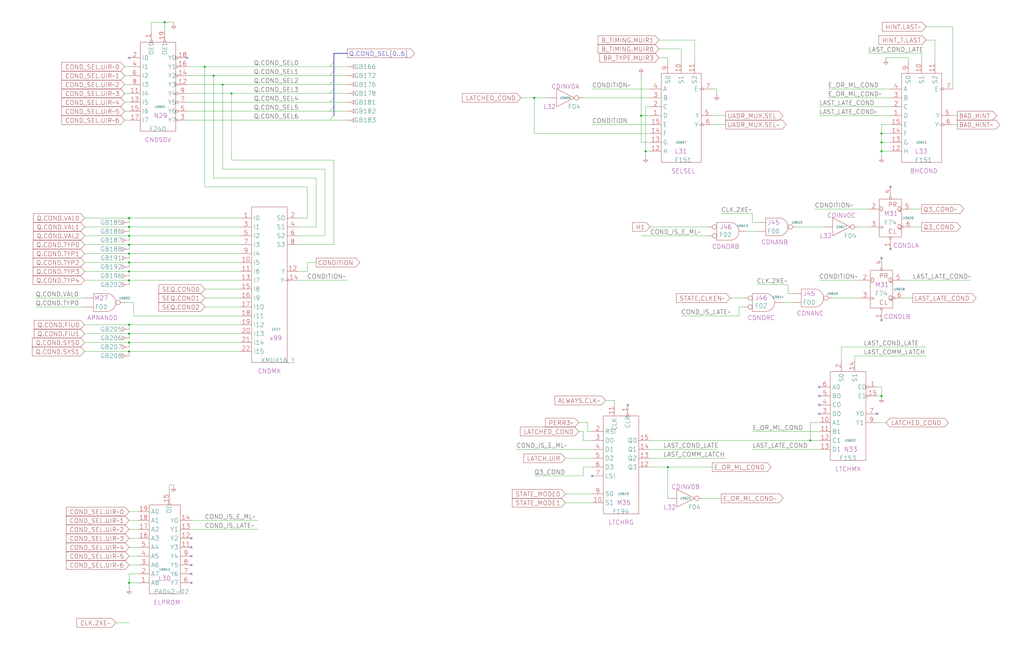
<source format=kicad_sch>
(kicad_sch (version 20221206) (generator eeschema)
  (paper "User" 584.2 378.46)
  (title_block (title "R1000 CONDITION SELECT") (date "22-MAY-90") (rev "1.0") (comment 1 "SEQUENCER") (comment 2 "232-003064") (comment 3 "S400") (comment 4 "RELEASED"))
  (lib_symbols
    (symbol "r1000:F00" (pin_numbers hide) (pin_names hide)
      (property "Reference" "U" (at 15.24 0 0))
      (property "Value" "F00" (at 1.905 -5.08 0))
      (property "Location" "___" (at 1.905 0 0))
      (property "Name" "______" (at 2.54 -12.7 0))
      (symbol "F00_1_1"
        (pin input line (at -7.62 0 0) (length 5.08) (name "D0") (number "1"))
        (pin input line (at -7.62 -5.08 0) (length 5.08) (name "D1") (number "2"))
        (pin output line (at 15.24 -2.54 180) (length 2.54) (name "Q") (number "3"))
      )
      (symbol "F00_1_2"
        (pin input line (at -7.62 0 0) (length 2.54) (name "D0") (number "1"))
        (pin input line (at -7.62 -5.08 0) (length 2.54) (name "D1") (number "2"))
        (pin output line (at 15.24 -2.54 180) (length 5.08) (name "Q") (number "3"))
      )
    )
    (symbol "r1000:F02" (pin_numbers hide) (pin_names hide)
      (property "Reference" "U" (at 12.16 0.635 0))
      (property "Value" "F02" (at -1.27 -4.445 0))
      (property "Location" "___" (at 2.54 0 0))
      (property "Name" "______" (at 2.54 -12.7 0))
      (symbol "F02_1_1"
        (pin input line (at -7.62 0 0) (length 2.54) (name "D0") (number "1"))
        (pin input line (at -7.62 -5.08 0) (length 2.54) (name "D1") (number "2"))
        (pin output line (at 15.24 -2.54 180) (length 1.27) (name "Q") (number "3"))
      )
      (symbol "F02_1_2"
        (pin input line (at -7.62 0 0) (length 2.54) (name "D0") (number "1"))
        (pin input line (at -7.62 -5.08 0) (length 2.54) (name "D1") (number "2"))
        (pin output line (at 15.24 -2.54 180) (length 2.54) (name "Q") (number "3"))
      )
    )
    (symbol "r1000:F04" (pin_numbers hide) (pin_names hide)
      (property "Reference" "U" (at 0 0 0))
      (property "Value" "F04" (at 1.27 -5.08 0))
      (property "Location" "___" (at -12.7 -5.08 0))
      (property "Name" "______" (at 0 5.08 0))
      (symbol "F04_1_1"
        (pin input line (at -10.16 0 0) (length 2.54) (name "D0") (number "1"))
        (pin output line (at 10.16 0 180) (length 2.54) (name "Q") (number "2"))
      )
    )
    (symbol "r1000:F151" (pin_names (offset 1.016))
      (property "Reference" "U" (at 2.54 5.08 0))
      (property "Value" "F151" (at -1.27 -5.08 0))
      (property "Location" "___" (at -1.27 0 0))
      (property "Name" "______" (at 3.81 -12.7 0))
      (symbol "F151_1_1"
        (pin input line (at -15.24 20.32 0) (length 6.35) (name "D") (number "1"))
        (pin input line (at 2.54 50.8 270) (length 6.35) (name "S1") (number "10"))
        (pin input line (at 10.16 50.8 270) (length 6.35) (name "S2") (number "11"))
        (pin input line (at -15.24 0 0) (length 6.35) (name "H") (number "12"))
        (pin input line (at -15.24 5.08 0) (length 6.35) (name "G") (number "13"))
        (pin input line (at -15.24 10.16 0) (length 6.35) (name "F") (number "14"))
        (pin input line (at -15.24 15.24 0) (length 6.35) (name "E") (number "15"))
        (pin input line (at -15.24 25.4 0) (length 6.35) (name "C") (number "2"))
        (pin input line (at -15.24 30.48 0) (length 6.35) (name "B") (number "3"))
        (pin input line (at -15.24 35.56 0) (length 6.35) (name "A") (number "4"))
        (pin output line (at 20.32 20.32 180) (length 6.35) (name "Y") (number "5"))
        (pin output line (at 20.32 15.24 180) (length 5.08) (name "Y~") (number "6"))
        (pin input line (at 20.32 35.56 180) (length 5.08) (name "E~") (number "7"))
        (pin input line (at -5.08 50.8 270) (length 6.35) (name "S0") (number "9"))
      )
    )
    (symbol "r1000:F153" (pin_names (offset 1.016))
      (property "Reference" "U" (at 2.54 5.08 0))
      (property "Value" "F153" (at -3.81 -5.08 0))
      (property "Location" "___" (at -1.27 0 0))
      (property "Name" "______" (at 1.27 -12.7 0))
      (symbol "F153_1_1"
        (pin input line (at 17.78 35.56 180) (length 5.08) (name "E0") (number "1"))
        (pin input line (at -15.24 15.24 0) (length 6.35) (name "A1") (number "10"))
        (pin input line (at -15.24 10.16 0) (length 6.35) (name "B1") (number "11"))
        (pin input line (at -15.24 5.08 0) (length 6.35) (name "C1") (number "12"))
        (pin input line (at -15.24 0 0) (length 6.35) (name "D1") (number "13"))
        (pin input line (at 5.08 50.8 270) (length 6.35) (name "S1") (number "14"))
        (pin input line (at 17.78 30.48 180) (length 5.08) (name "E1") (number "15"))
        (pin input line (at -2.54 50.8 270) (length 6.35) (name "S0") (number "2"))
        (pin input line (at -15.24 20.32 0) (length 6.35) (name "D0") (number "3"))
        (pin input line (at -15.24 25.4 0) (length 6.35) (name "C0") (number "4"))
        (pin input line (at -15.24 30.48 0) (length 6.35) (name "B0") (number "5"))
        (pin input line (at -15.24 35.56 0) (length 6.35) (name "A0") (number "6"))
        (pin output line (at 17.78 20.32 180) (length 6.35) (name "Y0") (number "7"))
        (pin output line (at 17.78 15.24 180) (length 6.35) (name "Y1") (number "9"))
      )
    )
    (symbol "r1000:F194" (pin_names (offset 1.016))
      (property "Reference" "U" (at 2.54 5.08 0))
      (property "Value" "F194" (at -3.81 -5.08 0))
      (property "Location" "___" (at -1.27 0 0))
      (property "Name" "______" (at 1.27 -12.7 0))
      (symbol "F194_1_1"
        (pin input line (at 5.08 55.88 270) (length 5.08) (name "CLR") (number "1"))
        (pin input line (at -15.24 0 0) (length 6.35) (name "S1") (number "10"))
        (pin input line (at -2.54 55.88 270) (length 6.35) (name "CLK") (number "11"))
        (pin output line (at 17.78 20.32 180) (length 6.35) (name "Q3") (number "12"))
        (pin output line (at 17.78 25.4 180) (length 6.35) (name "Q2") (number "13"))
        (pin output line (at 17.78 30.48 180) (length 6.35) (name "Q1") (number "14"))
        (pin output line (at 17.78 35.56 180) (length 6.35) (name "Q0") (number "15"))
        (pin input line (at -15.24 40.64 0) (length 6.35) (name "RSI") (number "2"))
        (pin input line (at -15.24 35.56 0) (length 6.35) (name "D0") (number "3"))
        (pin input line (at -15.24 30.48 0) (length 6.35) (name "D1") (number "4"))
        (pin input line (at -15.24 25.4 0) (length 6.35) (name "D2") (number "5"))
        (pin input line (at -15.24 20.32 0) (length 6.35) (name "D3") (number "6"))
        (pin input line (at -15.24 15.24 0) (length 6.35) (name "LSI") (number "7"))
        (pin input line (at -15.24 5.08 0) (length 6.35) (name "S0") (number "9"))
      )
    )
    (symbol "r1000:F240" (pin_names (offset 1.016))
      (property "Reference" "U" (at 2.54 5.08 0))
      (property "Value" "F240" (at -3.81 -7.62 0))
      (property "Location" "___" (at -1.27 0 0))
      (property "Name" "______" (at 1.27 -15.24 0))
      (symbol "F240_1_1"
        (pin input line (at -2.54 48.26 270) (length 5.08) (name "OE0") (number "1"))
        (pin input line (at -15.24 12.7 0) (length 6.35) (name "I4") (number "11"))
        (pin tri_state line (at 17.78 17.78 180) (length 5.08) (name "Y3") (number "12"))
        (pin input line (at -15.24 7.62 0) (length 6.35) (name "I5") (number "13"))
        (pin tri_state line (at 17.78 22.86 180) (length 5.08) (name "Y2") (number "14"))
        (pin input line (at -15.24 2.54 0) (length 6.35) (name "I6") (number "15"))
        (pin tri_state line (at 17.78 27.94 180) (length 5.08) (name "Y1") (number "16"))
        (pin input line (at -15.24 -2.54 0) (length 6.35) (name "I7") (number "17"))
        (pin tri_state line (at 17.78 33.02 180) (length 5.08) (name "Y0") (number "18"))
        (pin input line (at 5.08 48.26 270) (length 5.08) (name "OE1") (number "19"))
        (pin input line (at -15.24 33.02 0) (length 6.35) (name "I0") (number "2"))
        (pin tri_state line (at 17.78 -2.54 180) (length 5.08) (name "Y7") (number "3"))
        (pin input line (at -15.24 27.94 0) (length 6.35) (name "I1") (number "4"))
        (pin tri_state line (at 17.78 2.54 180) (length 5.08) (name "Y6") (number "5"))
        (pin input line (at -15.24 22.86 0) (length 6.35) (name "I2") (number "6"))
        (pin tri_state line (at 17.78 7.62 180) (length 5.08) (name "Y5") (number "7"))
        (pin input line (at -15.24 17.78 0) (length 6.35) (name "I3") (number "8"))
        (pin tri_state line (at 17.78 12.7 180) (length 5.08) (name "Y4") (number "9"))
      )
    )
    (symbol "r1000:F74" (pin_names (offset 1.016) hide)
      (property "Reference" "U" (at 12.7 -2.54 0))
      (property "Value" "F74" (at -1.27 -5.08 0))
      (property "Location" "___" (at -1.27 0 0))
      (property "Name" "______" (at 11.43 -19.685 0))
      (symbol "F74_1_1"
        (text ">" (at -2.54 -7.62 0) (effects (font (size 2.54 2.54))))
        (text "C" (at 2.54 -10.16 0) (effects (font (size 2.54 2.54))))
        (text "D" (at -2.54 2.54 0) (effects (font (size 2.54 2.54))))
        (text "L" (at 5.08 -10.16 0) (effects (font (size 2.54 2.54))))
        (text "P" (at 2.54 5.08 0) (effects (font (size 2.54 2.54))))
        (text "Q" (at 7.62 -7.62 0) (effects (font (size 2.54 2.54))))
        (text "Q" (at 7.62 2.54 0) (effects (font (size 2.54 2.54))))
        (text "R" (at 5.08 5.08 0) (effects (font (size 2.54 2.54))))
        (pin input line (at 2.54 -20.32 90) (length 5.08) (name "CL_") (number "1"))
        (pin input line (at -10.16 2.54 0) (length 6.35) (name "D") (number "2"))
        (pin input line (at -10.16 -7.62 0) (length 6.35) (name "CLK") (number "3"))
        (pin input line (at 2.54 15.24 270) (length 5.08) (name "PR_") (number "4"))
        (pin output line (at 15.24 2.54 180) (length 6.35) (name "Q") (number "5"))
        (pin output line (at 15.24 -7.62 180) (length 5.08) (name "Q_") (number "6"))
      )
    )
    (symbol "r1000:GB" (pin_numbers hide) (pin_names (offset 0) hide)
      (property "Reference" "GB" (at 3.81 0 0))
      (symbol "GB_1_1"
        (pin bidirectional line (at 0 0 0) (length 2.54) (name "") (number "1"))
      )
    )
    (symbol "r1000:PAxxx" (pin_names (offset 1.016))
      (property "Reference" "U" (at 2.54 5.08 0))
      (property "Value" "PAxxx" (at -3.81 -7.62 0))
      (property "Location" "___" (at -1.27 0 0))
      (property "Name" "______" (at 3.81 -15.24 0))
      (symbol "PAxxx_1_1"
        (pin input line (at -12.7 -2.54 0) (length 6.35) (name "A8") (number "1"))
        (pin tri_state line (at 17.78 17.78 180) (length 6.35) (name "Y3") (number "11"))
        (pin tri_state line (at 17.78 22.86 180) (length 6.35) (name "Y2") (number "12"))
        (pin tri_state line (at 17.78 27.94 180) (length 6.35) (name "Y1") (number "13"))
        (pin tri_state line (at 17.78 33.02 180) (length 6.35) (name "Y0") (number "14"))
        (pin input line (at 5.08 48.26 270) (length 5.08) (name "OE") (number "15"))
        (pin input line (at -12.7 22.86 0) (length 6.35) (name "A3") (number "16"))
        (pin input line (at -12.7 27.94 0) (length 6.35) (name "A2") (number "17"))
        (pin input line (at -12.7 33.02 0) (length 6.35) (name "A1") (number "18"))
        (pin input line (at -12.7 38.1 0) (length 6.35) (name "A0") (number "19"))
        (pin input line (at -12.7 2.54 0) (length 6.35) (name "A7") (number "2"))
        (pin input line (at -12.7 7.62 0) (length 6.35) (name "A6") (number "3"))
        (pin input line (at -12.7 12.7 0) (length 6.35) (name "A5") (number "4"))
        (pin input line (at -12.7 17.78 0) (length 6.35) (name "A4") (number "5"))
        (pin tri_state line (at 17.78 -2.54 180) (length 6.35) (name "Y7") (number "6"))
        (pin tri_state line (at 17.78 2.54 180) (length 6.35) (name "Y6") (number "7"))
        (pin tri_state line (at 17.78 7.62 180) (length 6.35) (name "Y5") (number "8"))
        (pin tri_state line (at 17.78 12.7 180) (length 6.35) (name "Y4") (number "9"))
      )
    )
    (symbol "r1000:PD" (power) (pin_numbers hide) (pin_names hide) (in_bom no)
      (symbol "PD_1_1"
        (pin power_in line (at 0 0 270) (length 2.54) (name "PD") (number "1"))
      )
    )
    (symbol "r1000:PU" (power) (pin_numbers hide) (pin_names hide)
      (symbol "PU_1_1"
        (pin power_in line (at 0 0 90) (length 2.54) (name "PU") (number "1"))
      )
    )
    (symbol "r1000:XMUX16_1" (pin_names (offset 1.016))
      (property "Reference" "U" (at 2.54 5.08 0))
      (property "Value" "XMUX16_1" (at -6.35 -12.7 0))
      (property "Location" "___" (at -1.27 0 0))
      (property "Name" "______" (at -1.27 -20.32 0))
      (symbol "XMUX16_1_1_1"
        (pin input line (at -17.78 68.58 0) (length 6.35) (name "I0") (number "1"))
        (pin input line (at -17.78 43.18 0) (length 6.35) (name "I5") (number "10"))
        (pin input line (at -17.78 38.1 0) (length 6.35) (name "I6") (number "11"))
        (pin output line (at 15.24 38.1 180) (length 6.35) (name "Y") (number "12"))
        (pin input line (at -17.78 33.02 0) (length 6.35) (name "I7") (number "13"))
        (pin output line (at 15.24 33.02 180) (length 5.08) (name "Y~") (number "14"))
        (pin input line (at -17.78 27.94 0) (length 6.35) (name "I8") (number "15"))
        (pin input line (at -17.78 22.86 0) (length 6.35) (name "I9") (number "16"))
        (pin input line (at -17.78 17.78 0) (length 6.35) (name "I10") (number "17"))
        (pin input line (at -17.78 12.7 0) (length 6.35) (name "I11") (number "18"))
        (pin input line (at -17.78 7.62 0) (length 6.35) (name "I12") (number "19"))
        (pin input line (at 15.24 68.58 180) (length 6.35) (name "S0") (number "2"))
        (pin input line (at -17.78 2.54 0) (length 6.35) (name "I13") (number "20"))
        (pin input line (at -17.78 -2.54 0) (length 6.35) (name "I14") (number "21"))
        (pin input line (at -17.78 -7.62 0) (length 6.35) (name "I15") (number "22"))
        (pin input line (at -17.78 63.5 0) (length 6.35) (name "I1") (number "3"))
        (pin input line (at 15.24 63.5 180) (length 6.35) (name "S1") (number "4"))
        (pin input line (at -17.78 58.42 0) (length 6.35) (name "I2") (number "5"))
        (pin input line (at 15.24 58.42 180) (length 6.35) (name "S2") (number "6"))
        (pin input line (at -17.78 53.34 0) (length 6.35) (name "I3") (number "7"))
        (pin input line (at 15.24 53.34 180) (length 6.35) (name "S3") (number "8"))
        (pin input line (at -17.78 48.26 0) (length 6.35) (name "I4") (number "9"))
      )
    )
  )
  (junction (at 502.92 81.28))
  (junction (at 462.28 251.46))
  (junction (at 73.66 129.54))
  (junction (at 73.66 139.7))
  (junction (at 73.66 154.94))
  (junction (at 502.92 86.36))
  (junction (at 121.92 43.18))
  (junction (at 73.66 149.86))
  (junction (at 368.3 86.36))
  (junction (at 73.66 134.62))
  (junction (at 73.66 200.66))
  (junction (at 127 48.26))
  (junction (at 73.66 124.46))
  (junction (at 502.92 76.2))
  (junction (at 73.66 160.02))
  (junction (at 93.98 12.7))
  (junction (at 73.66 332.74))
  (junction (at 365.76 66.04))
  (junction (at 502.92 226.06))
  (junction (at 132.08 53.34))
  (junction (at 73.66 144.78))
  (junction (at 73.66 190.5))
  (junction (at 73.66 185.42))
  (junction (at 304.8 55.88))
  (junction (at 116.84 38.1))
  (junction (at 73.66 195.58))
  (junction (at 381 266.7))
  (no_connect (at 106.68 33.02))
  (no_connect (at 508 106.68))
  (no_connect (at 73.66 33.02))
  (no_connect (at 109.22 322.58))
  (no_connect (at 109.22 307.34))
  (no_connect (at 109.22 327.66))
  (no_connect (at 467.36 231.14))
  (no_connect (at 500.38 236.22))
  (no_connect (at 467.36 236.22))
  (no_connect (at 109.22 332.74))
  (no_connect (at 109.22 312.42))
  (no_connect (at 358.14 231.14))
  (no_connect (at 502.92 182.88))
  (no_connect (at 467.36 226.06))
  (no_connect (at 109.22 317.5))
  (no_connect (at 337.82 271.78))
  (no_connect (at 508 142.24))
  (no_connect (at 502.92 147.32))
  (no_connect (at 467.36 220.98))
  (bus_entry (at 190.5 66.04) (size -2.54 2.54))
  (bus_entry (at 190.5 55.88) (size -2.54 2.54))
  (bus_entry (at 190.5 40.64) (size -2.54 2.54))
  (bus_entry (at 190.5 45.72) (size -2.54 2.54))
  (bus_entry (at 190.5 50.8) (size -2.54 2.54))
  (bus_entry (at 190.5 60.96) (size -2.54 2.54))
  (bus_entry (at 190.5 35.56) (size -2.54 2.54))
  (wire (pts (xy 332.74 246.38) (xy 332.74 251.46)))
  (wire (pts (xy 330.2 241.3) (xy 335.28 241.3)))
  (wire (pts (xy 332.74 271.78) (xy 332.74 266.7)))
  (wire (pts (xy 322.58 281.94) (xy 337.82 281.94)))
  (wire (pts (xy 187.96 48.26) (xy 198.12 48.26)))
  (wire (pts (xy 109.22 297.18) (xy 147.32 297.18)))
  (wire (pts (xy 73.66 302.26) (xy 78.74 302.26)))
  (wire (pts (xy 86.36 12.7) (xy 86.36 17.78)))
  (wire (pts (xy 66.04 355.6) (xy 73.66 355.6)))
  (wire (pts (xy 368.3 86.36) (xy 368.3 60.96)))
  (wire (pts (xy 106.68 43.18) (xy 121.92 43.18)))
  (wire (pts (xy 132.08 91.44) (xy 190.5 91.44)))
  (wire (pts (xy 73.66 149.86) (xy 137.16 149.86)))
  (wire (pts (xy 500.38 241.3) (xy 505.46 241.3)))
  (wire (pts (xy 515.62 160.02) (xy 553.72 160.02)))
  (wire (pts (xy 116.84 175.26) (xy 137.16 175.26)))
  (wire (pts (xy 421.64 180.34) (xy 421.64 175.26)))
  (wire (pts (xy 48.26 195.58) (xy 73.66 195.58)))
  (wire (pts (xy 116.84 106.68) (xy 175.26 106.68)))
  (wire (pts (xy 487.68 203.2) (xy 487.68 205.74)))
  (wire (pts (xy 73.66 144.78) (xy 73.66 147.32)))
  (wire (pts (xy 322.58 261.62) (xy 337.82 261.62)))
  (wire (pts (xy 73.66 317.5) (xy 78.74 317.5)))
  (wire (pts (xy 518.16 33.02) (xy 518.16 35.56)))
  (wire (pts (xy 411.48 121.92) (xy 429.26 121.92)))
  (wire (pts (xy 71.12 38.1) (xy 73.66 38.1)))
  (wire (pts (xy 502.92 71.12) (xy 502.92 76.2)))
  (wire (pts (xy 502.92 76.2) (xy 508 76.2)))
  (wire (pts (xy 73.66 154.94) (xy 137.16 154.94)))
  (wire (pts (xy 421.64 175.26) (xy 424.18 175.26)))
  (wire (pts (xy 480.06 198.12) (xy 480.06 205.74)))
  (bus (pts (xy 190.5 30.48) (xy 190.5 35.56)))
  (wire (pts (xy 337.82 71.12) (xy 370.84 71.12)))
  (wire (pts (xy 71.12 63.5) (xy 73.66 63.5)))
  (wire (pts (xy 304.8 76.2) (xy 304.8 55.88)))
  (wire (pts (xy 73.66 322.58) (xy 78.74 322.58)))
  (wire (pts (xy 48.26 200.66) (xy 73.66 200.66)))
  (wire (pts (xy 533.4 22.86) (xy 533.4 35.56)))
  (wire (pts (xy 116.84 170.18) (xy 137.16 170.18)))
  (wire (pts (xy 73.66 144.78) (xy 137.16 144.78)))
  (wire (pts (xy 429.26 246.38) (xy 467.36 246.38)))
  (wire (pts (xy 525.78 30.48) (xy 525.78 35.56)))
  (wire (pts (xy 106.68 38.1) (xy 116.84 38.1)))
  (wire (pts (xy 175.26 154.94) (xy 170.18 154.94)))
  (wire (pts (xy 447.04 172.72) (xy 452.12 172.72)))
  (wire (pts (xy 73.66 149.86) (xy 73.66 152.4)))
  (wire (pts (xy 73.66 200.66) (xy 73.66 203.2)))
  (wire (pts (xy 109.22 302.26) (xy 147.32 302.26)))
  (wire (pts (xy 73.66 327.66) (xy 73.66 332.74)))
  (wire (pts (xy 106.68 53.34) (xy 132.08 53.34)))
  (wire (pts (xy 48.26 154.94) (xy 73.66 154.94)))
  (wire (pts (xy 71.12 48.26) (xy 73.66 48.26)))
  (wire (pts (xy 467.36 60.96) (xy 508 60.96)))
  (wire (pts (xy 467.36 160.02) (xy 490.22 160.02)))
  (wire (pts (xy 370.84 76.2) (xy 304.8 76.2)))
  (wire (pts (xy 71.12 53.34) (xy 73.66 53.34)))
  (wire (pts (xy 73.66 332.74) (xy 73.66 335.28)))
  (wire (pts (xy 76.2 180.34) (xy 137.16 180.34)))
  (wire (pts (xy 93.98 12.7) (xy 86.36 12.7)))
  (wire (pts (xy 335.28 241.3) (xy 335.28 246.38)))
  (wire (pts (xy 297.18 55.88) (xy 304.8 55.88)))
  (wire (pts (xy 106.68 63.5) (xy 187.96 63.5)))
  (wire (pts (xy 73.66 185.42) (xy 73.66 187.96)))
  (wire (pts (xy 71.12 58.42) (xy 73.66 58.42)))
  (wire (pts (xy 332.74 266.7) (xy 337.82 266.7)))
  (bus (pts (xy 190.5 60.96) (xy 190.5 66.04)))
  (wire (pts (xy 505.46 33.02) (xy 518.16 33.02)))
  (wire (pts (xy 76.2 172.72) (xy 76.2 180.34)))
  (wire (pts (xy 127 96.52) (xy 185.42 96.52)))
  (wire (pts (xy 185.42 134.62) (xy 170.18 134.62)))
  (wire (pts (xy 388.62 180.34) (xy 421.64 180.34)))
  (wire (pts (xy 304.8 55.88) (xy 312.42 55.88)))
  (wire (pts (xy 396.24 22.86) (xy 396.24 35.56)))
  (wire (pts (xy 71.12 172.72) (xy 76.2 172.72)))
  (wire (pts (xy 502.92 86.36) (xy 508 86.36)))
  (bus (pts (xy 190.5 55.88) (xy 190.5 60.96)))
  (wire (pts (xy 73.66 129.54) (xy 73.66 132.08)))
  (wire (pts (xy 190.5 91.44) (xy 190.5 139.7)))
  (wire (pts (xy 116.84 38.1) (xy 116.84 106.68)))
  (bus (pts (xy 190.5 45.72) (xy 190.5 50.8)))
  (wire (pts (xy 116.84 38.1) (xy 187.96 38.1)))
  (wire (pts (xy 370.84 129.54) (xy 403.86 129.54)))
  (wire (pts (xy 472.44 55.88) (xy 508 55.88)))
  (wire (pts (xy 132.08 91.44) (xy 132.08 53.34)))
  (wire (pts (xy 93.98 12.7) (xy 93.98 17.78)))
  (wire (pts (xy 365.76 43.18) (xy 365.76 66.04)))
  (wire (pts (xy 543.56 66.04) (xy 546.1 66.04)))
  (wire (pts (xy 175.26 106.68) (xy 175.26 124.46)))
  (wire (pts (xy 187.96 63.5) (xy 198.12 63.5)))
  (bus (pts (xy 190.5 40.64) (xy 190.5 45.72)))
  (wire (pts (xy 121.92 101.6) (xy 180.34 101.6)))
  (wire (pts (xy 73.66 195.58) (xy 73.66 198.12)))
  (wire (pts (xy 73.66 292.1) (xy 78.74 292.1)))
  (wire (pts (xy 350.52 228.6) (xy 350.52 231.14)))
  (wire (pts (xy 175.26 149.86) (xy 180.34 149.86)))
  (wire (pts (xy 96.52 276.86) (xy 96.52 281.94)))
  (wire (pts (xy 520.7 119.38) (xy 525.78 119.38)))
  (wire (pts (xy 73.66 327.66) (xy 78.74 327.66)))
  (wire (pts (xy 368.3 60.96) (xy 370.84 60.96)))
  (wire (pts (xy 502.92 81.28) (xy 508 81.28)))
  (wire (pts (xy 543.56 15.24) (xy 543.56 50.8)))
  (wire (pts (xy 73.66 312.42) (xy 78.74 312.42)))
  (wire (pts (xy 370.84 256.54) (xy 408.94 256.54)))
  (wire (pts (xy 180.34 101.6) (xy 180.34 129.54)))
  (wire (pts (xy 332.74 55.88) (xy 370.84 55.88)))
  (wire (pts (xy 48.26 144.78) (xy 73.66 144.78)))
  (wire (pts (xy 401.32 284.48) (xy 411.48 284.48)))
  (wire (pts (xy 106.68 68.58) (xy 187.96 68.58)))
  (wire (pts (xy 370.84 81.28) (xy 365.76 81.28)))
  (wire (pts (xy 48.26 124.46) (xy 73.66 124.46)))
  (wire (pts (xy 500.38 226.06) (xy 502.92 226.06)))
  (wire (pts (xy 388.62 27.94) (xy 388.62 35.56)))
  (wire (pts (xy 375.92 22.86) (xy 396.24 22.86)))
  (wire (pts (xy 185.42 96.52) (xy 185.42 134.62)))
  (wire (pts (xy 449.58 167.64) (xy 452.12 167.64)))
  (wire (pts (xy 48.26 139.7) (xy 73.66 139.7)))
  (wire (pts (xy 73.66 195.58) (xy 137.16 195.58)))
  (wire (pts (xy 381 35.56) (xy 381 33.02)))
  (wire (pts (xy 381 266.7) (xy 381 284.48)))
  (wire (pts (xy 500.38 220.98) (xy 502.92 220.98)))
  (wire (pts (xy 375.92 27.94) (xy 388.62 27.94)))
  (wire (pts (xy 370.84 261.62) (xy 414.02 261.62)))
  (wire (pts (xy 368.3 88.9) (xy 368.3 86.36)))
  (wire (pts (xy 332.74 251.46) (xy 337.82 251.46)))
  (wire (pts (xy 322.58 287.02) (xy 337.82 287.02)))
  (wire (pts (xy 73.66 190.5) (xy 73.66 193.04)))
  (wire (pts (xy 462.28 251.46) (xy 462.28 241.3)))
  (wire (pts (xy 406.4 50.8) (xy 408.94 50.8)))
  (wire (pts (xy 48.26 185.42) (xy 73.66 185.42)))
  (wire (pts (xy 170.18 160.02) (xy 198.12 160.02)))
  (wire (pts (xy 487.68 203.2) (xy 528.32 203.2)))
  (wire (pts (xy 365.76 66.04) (xy 370.84 66.04)))
  (wire (pts (xy 464.82 119.38) (xy 495.3 119.38)))
  (wire (pts (xy 73.66 124.46) (xy 73.66 127)))
  (wire (pts (xy 180.34 129.54) (xy 170.18 129.54)))
  (wire (pts (xy 431.8 162.56) (xy 449.58 162.56)))
  (wire (pts (xy 73.66 190.5) (xy 137.16 190.5)))
  (wire (pts (xy 175.26 124.46) (xy 170.18 124.46)))
  (wire (pts (xy 474.98 170.18) (xy 490.22 170.18)))
  (wire (pts (xy 116.84 165.1) (xy 137.16 165.1)))
  (wire (pts (xy 416.56 170.18) (xy 424.18 170.18)))
  (wire (pts (xy 73.66 332.74) (xy 78.74 332.74)))
  (wire (pts (xy 187.96 38.1) (xy 198.12 38.1)))
  (wire (pts (xy 73.66 297.18) (xy 78.74 297.18)))
  (wire (pts (xy 515.62 170.18) (xy 520.7 170.18)))
  (wire (pts (xy 454.66 129.54) (xy 469.9 129.54)))
  (wire (pts (xy 502.92 220.98) (xy 502.92 226.06)))
  (wire (pts (xy 528.32 15.24) (xy 543.56 15.24)))
  (wire (pts (xy 73.66 185.42) (xy 137.16 185.42)))
  (wire (pts (xy 48.26 149.86) (xy 73.66 149.86)))
  (wire (pts (xy 187.96 43.18) (xy 198.12 43.18)))
  (bus (pts (xy 190.5 30.48) (xy 198.12 30.48)))
  (wire (pts (xy 528.32 22.86) (xy 533.4 22.86)))
  (wire (pts (xy 335.28 246.38) (xy 337.82 246.38)))
  (wire (pts (xy 187.96 68.58) (xy 198.12 68.58)))
  (wire (pts (xy 508 71.12) (xy 502.92 71.12)))
  (wire (pts (xy 20.32 170.18) (xy 48.26 170.18)))
  (wire (pts (xy 48.26 129.54) (xy 73.66 129.54)))
  (wire (pts (xy 495.3 30.48) (xy 525.78 30.48)))
  (wire (pts (xy 467.36 66.04) (xy 508 66.04)))
  (wire (pts (xy 381 33.02) (xy 375.92 33.02)))
  (wire (pts (xy 345.44 228.6) (xy 350.52 228.6)))
  (wire (pts (xy 106.68 48.26) (xy 127 48.26)))
  (bus (pts (xy 190.5 35.56) (xy 190.5 40.64)))
  (wire (pts (xy 73.66 129.54) (xy 137.16 129.54)))
  (wire (pts (xy 462.28 251.46) (xy 467.36 251.46)))
  (wire (pts (xy 365.76 134.62) (xy 403.86 134.62)))
  (wire (pts (xy 73.66 154.94) (xy 73.66 157.48)))
  (wire (pts (xy 48.26 134.62) (xy 73.66 134.62)))
  (wire (pts (xy 73.66 160.02) (xy 137.16 160.02)))
  (wire (pts (xy 132.08 53.34) (xy 187.96 53.34)))
  (wire (pts (xy 73.66 139.7) (xy 137.16 139.7)))
  (wire (pts (xy 480.06 198.12) (xy 528.32 198.12)))
  (wire (pts (xy 330.2 246.38) (xy 332.74 246.38)))
  (wire (pts (xy 121.92 43.18) (xy 121.92 101.6)))
  (wire (pts (xy 48.26 160.02) (xy 73.66 160.02)))
  (wire (pts (xy 406.4 66.04) (xy 414.02 66.04)))
  (wire (pts (xy 99.06 12.7) (xy 93.98 12.7)))
  (wire (pts (xy 449.58 162.56) (xy 449.58 167.64)))
  (wire (pts (xy 73.66 134.62) (xy 137.16 134.62)))
  (wire (pts (xy 127 48.26) (xy 127 96.52)))
  (wire (pts (xy 175.26 149.86) (xy 175.26 154.94)))
  (wire (pts (xy 408.94 50.8) (xy 408.94 53.34)))
  (wire (pts (xy 520.7 129.54) (xy 525.78 129.54)))
  (wire (pts (xy 294.64 256.54) (xy 337.82 256.54)))
  (wire (pts (xy 71.12 43.18) (xy 73.66 43.18)))
  (wire (pts (xy 502.92 86.36) (xy 502.92 88.9)))
  (wire (pts (xy 190.5 139.7) (xy 170.18 139.7)))
  (wire (pts (xy 368.3 86.36) (xy 370.84 86.36)))
  (wire (pts (xy 73.66 124.46) (xy 137.16 124.46)))
  (wire (pts (xy 381 266.7) (xy 406.4 266.7)))
  (wire (pts (xy 73.66 134.62) (xy 73.66 137.16)))
  (wire (pts (xy 429.26 121.92) (xy 429.26 127)))
  (wire (pts (xy 502.92 76.2) (xy 502.92 81.28)))
  (wire (pts (xy 431.8 127) (xy 429.26 127)))
  (wire (pts (xy 73.66 307.34) (xy 78.74 307.34)))
  (wire (pts (xy 73.66 139.7) (xy 73.66 142.24)))
  (wire (pts (xy 365.76 81.28) (xy 365.76 66.04)))
  (wire (pts (xy 73.66 160.02) (xy 73.66 162.56)))
  (wire (pts (xy 370.84 266.7) (xy 381 266.7)))
  (wire (pts (xy 71.12 68.58) (xy 73.66 68.58)))
  (wire (pts (xy 187.96 58.42) (xy 198.12 58.42)))
  (wire (pts (xy 187.96 53.34) (xy 198.12 53.34)))
  (wire (pts (xy 502.92 81.28) (xy 502.92 86.36)))
  (wire (pts (xy 73.66 200.66) (xy 137.16 200.66)))
  (wire (pts (xy 48.26 190.5) (xy 73.66 190.5)))
  (wire (pts (xy 543.56 71.12) (xy 546.1 71.12)))
  (wire (pts (xy 490.22 129.54) (xy 495.3 129.54)))
  (wire (pts (xy 429.26 256.54) (xy 467.36 256.54)))
  (wire (pts (xy 426.72 132.08) (xy 431.8 132.08)))
  (wire (pts (xy 99.06 276.86) (xy 96.52 276.86)))
  (wire (pts (xy 472.44 50.8) (xy 508 50.8)))
  (bus (pts (xy 190.5 50.8) (xy 190.5 55.88)))
  (wire (pts (xy 406.4 71.12) (xy 414.02 71.12)))
  (wire (pts (xy 121.92 43.18) (xy 187.96 43.18)))
  (wire (pts (xy 20.32 175.26) (xy 48.26 175.26)))
  (wire (pts (xy 370.84 251.46) (xy 462.28 251.46)))
  (wire (pts (xy 462.28 241.3) (xy 467.36 241.3)))
  (wire (pts (xy 127 48.26) (xy 187.96 48.26)))
  (wire (pts (xy 304.8 271.78) (xy 332.74 271.78)))
  (wire (pts (xy 106.68 58.42) (xy 187.96 58.42)))
  (wire (pts (xy 337.82 50.8) (xy 370.84 50.8)))
  (label "Q.COND.VAL0" (at 20.32 170.18 0) (effects (font (size 2.54 2.54))))
  (label "Q3_COND" (at 304.8 271.78 0) (effects (font (size 2.54 2.54))))
  (label "LAST_COMM_LATCH" (at 378.46 261.62 0) (effects (font (size 2.54 2.54))))
  (label "CONDITION" (at 337.82 71.12 0) (effects (font (size 2.54 2.54))))
  (label "Q.COND_SEL2" (at 144.78 48.26 0) (effects (font (size 2.54 2.54))))
  (label "E_OR_ML_COND~" (at 472.44 55.88 0) (effects (font (size 2.54 2.54))))
  (label "Q.COND.TYP0" (at 20.32 175.26 0) (effects (font (size 2.54 2.54))))
  (label "LAST_COMM_LATCH" (at 492.76 203.2 0) (effects (font (size 2.54 2.54))))
  (label "COND_IS_E_ML~" (at 116.84 297.18 0) (effects (font (size 2.54 2.54))))
  (label "LAST_LATE_COND~" (at 520.7 160.02 0) (effects (font (size 2.54 2.54))))
  (label "Q.COND_SEL1" (at 144.78 43.18 0) (effects (font (size 2.54 2.54))))
  (label "Q.COND_SEL4" (at 144.78 58.42 0) (effects (font (size 2.54 2.54))))
  (label "CONDITION~" (at 175.26 160.02 0) (effects (font (size 2.54 2.54))))
  (label "Q.COND_SEL5" (at 144.78 63.5 0) (effects (font (size 2.54 2.54))))
  (label "E_OR_ML_COND" (at 429.26 246.38 0) (effects (font (size 2.54 2.54))))
  (label "CLK.2XE~" (at 431.8 162.56 0) (effects (font (size 2.54 2.54))))
  (label "LAST_COND_LATE" (at 495.3 30.48 0) (effects (font (size 2.54 2.54))))
  (label "LAST_LATE_COND" (at 429.26 256.54 0) (effects (font (size 2.54 2.54))))
  (label "LAST_COND_LATE" (at 492.76 198.12 0) (effects (font (size 2.54 2.54))))
  (label "LAST_LATE_COND" (at 467.36 60.96 0) (effects (font (size 2.54 2.54))))
  (label "LAST_LATE_COND~" (at 467.36 66.04 0) (effects (font (size 2.54 2.54))))
  (label "CLK.2XE~" (at 411.48 121.92 0) (effects (font (size 2.54 2.54))))
  (label "COND_IS_LATE~" (at 388.62 180.34 0) (effects (font (size 2.54 2.54))))
  (label "Q.COND_SEL3" (at 144.78 53.34 0) (effects (font (size 2.54 2.54))))
  (label "CONDITION~" (at 337.82 50.8 0) (effects (font (size 2.54 2.54))))
  (label "CONDITION~" (at 464.82 119.38 0) (effects (font (size 2.54 2.54))))
  (label "Q.COND_SEL6" (at 144.78 68.58 0) (effects (font (size 2.54 2.54))))
  (label "COND_IS_E_ML~" (at 294.64 256.54 0) (effects (font (size 2.54 2.54))))
  (label "CONDITION~" (at 467.36 160.02 0) (effects (font (size 2.54 2.54))))
  (label "LAST_COND_LATE" (at 378.46 256.54 0) (effects (font (size 2.54 2.54))))
  (label "COND_IS_E_ML~" (at 370.84 134.62 0) (effects (font (size 2.54 2.54))))
  (label "E_OR_ML_COND" (at 472.44 50.8 0) (effects (font (size 2.54 2.54))))
  (label "COND_IS_LATE~" (at 116.84 302.26 0) (effects (font (size 2.54 2.54))))
  (label "Q.COND_SEL0" (at 144.78 38.1 0) (effects (font (size 2.54 2.54))))
  (global_label "COND_SEL.UIR~6" (shape input) (at 73.66 322.58 180) (effects (font (size 2.54 2.54))) (property "Intersheetrefs" "${INTERSHEET_REFS}" (at 37.8702 322.4213 0) (effects (font (size 1.905 1.905)) (justify right))))
  (global_label "COND_SEL.UIR~3" (shape input) (at 73.66 307.34 180) (effects (font (size 2.54 2.54))) (property "Intersheetrefs" "${INTERSHEET_REFS}" (at 37.8702 307.1813 0) (effects (font (size 1.905 1.905)) (justify right))))
  (global_label "CONDITION" (shape output) (at 180.34 149.86 0) (effects (font (size 2.54 2.54))) (property "Intersheetrefs" "${INTERSHEET_REFS}" (at 211.4127 149.7013 0) (effects (font (size 1.905 1.905)) (justify left))))
  (global_label "H1" (shape input) (at 370.84 129.54 180) (effects (font (size 2.54 2.54))) (property "Intersheetrefs" "${INTERSHEET_REFS}" (at 360.934 129.3813 0) (effects (font (size 1.905 1.905)) (justify right))))
  (global_label "COND_SEL.UIR~6" (shape input) (at 71.12 68.58 180) (effects (font (size 2.54 2.54))) (property "Intersheetrefs" "${INTERSHEET_REFS}" (at 35.3302 68.4213 0) (effects (font (size 1.905 1.905)) (justify right))))
  (global_label "Q.COND.SYS1" (shape input) (at 48.26 200.66 180) (effects (font (size 2.54 2.54))) (property "Intersheetrefs" "${INTERSHEET_REFS}" (at 18.5178 200.5013 0) (effects (font (size 1.905 1.905)) (justify right))))
  (global_label "PERR3~" (shape input) (at 330.2 241.3 180) (effects (font (size 2.54 2.54))) (property "Intersheetrefs" "${INTERSHEET_REFS}" (at 311.2226 241.1413 0) (effects (font (size 1.905 1.905)) (justify right))))
  (global_label "Q.COND.VAL2" (shape input) (at 48.26 134.62 180) (effects (font (size 2.54 2.54))) (property "Intersheetrefs" "${INTERSHEET_REFS}" (at 19.1226 134.4613 0) (effects (font (size 1.905 1.905)) (justify right))))
  (global_label "COND_SEL.UIR~4" (shape input) (at 73.66 312.42 180) (effects (font (size 2.54 2.54))) (property "Intersheetrefs" "${INTERSHEET_REFS}" (at 37.8702 312.2613 0) (effects (font (size 1.905 1.905)) (justify right))))
  (global_label "HINT.LAST~" (shape input) (at 528.32 15.24 180) (effects (font (size 2.54 2.54))) (property "Intersheetrefs" "${INTERSHEET_REFS}" (at 503.4159 15.0813 0) (effects (font (size 1.905 1.905)) (justify right))))
  (global_label "Q.COND.TYP1" (shape input) (at 48.26 144.78 180) (effects (font (size 2.54 2.54))) (property "Intersheetrefs" "${INTERSHEET_REFS}" (at 18.8807 144.6213 0) (effects (font (size 1.905 1.905)) (justify right))))
  (global_label "LATCH.UIR" (shape input) (at 322.58 261.62 180) (effects (font (size 2.54 2.54))) (property "Intersheetrefs" "${INTERSHEET_REFS}" (at 298.7645 261.4613 0) (effects (font (size 1.905 1.905)) (justify right))))
  (global_label "COND_SEL.UIR~3" (shape input) (at 71.12 53.34 180) (effects (font (size 2.54 2.54))) (property "Intersheetrefs" "${INTERSHEET_REFS}" (at 35.3302 53.1813 0) (effects (font (size 1.905 1.905)) (justify right))))
  (global_label "LATCHED_COND" (shape input) (at 330.2 246.38 180) (effects (font (size 2.54 2.54))) (property "Intersheetrefs" "${INTERSHEET_REFS}" (at 296.8292 246.2213 0) (effects (font (size 1.905 1.905)) (justify right))))
  (global_label "COND_SEL.UIR~5" (shape input) (at 71.12 63.5 180) (effects (font (size 2.54 2.54))) (property "Intersheetrefs" "${INTERSHEET_REFS}" (at 35.3302 63.3413 0) (effects (font (size 1.905 1.905)) (justify right))))
  (global_label "COND_SEL.UIR~0" (shape input) (at 71.12 38.1 180) (effects (font (size 2.54 2.54))) (property "Intersheetrefs" "${INTERSHEET_REFS}" (at 35.3302 37.9413 0) (effects (font (size 1.905 1.905)) (justify right))))
  (global_label "CLK.2XE~" (shape input) (at 66.04 355.6 180) (effects (font (size 2.54 2.54))) (property "Intersheetrefs" "${INTERSHEET_REFS}" (at 37.7492 355.4413 0) (effects (font (size 1.905 1.905)) (justify right))))
  (global_label "Q.COND.TYP2" (shape input) (at 48.26 149.86 180) (effects (font (size 2.54 2.54))) (property "Intersheetrefs" "${INTERSHEET_REFS}" (at 18.8807 149.7013 0) (effects (font (size 1.905 1.905)) (justify right))))
  (global_label "COND_SEL.UIR~0" (shape input) (at 73.66 292.1 180) (effects (font (size 2.54 2.54))) (property "Intersheetrefs" "${INTERSHEET_REFS}" (at 37.8702 291.9413 0) (effects (font (size 1.905 1.905)) (justify right))))
  (global_label "STATE_MODE1" (shape input) (at 322.58 287.02 180) (effects (font (size 2.54 2.54))) (property "Intersheetrefs" "${INTERSHEET_REFS}" (at 292.233 286.8613 0) (effects (font (size 1.905 1.905)) (justify right))))
  (global_label "STATE.CLKEN~" (shape input) (at 416.56 170.18 180) (effects (font (size 2.54 2.54))) (property "Intersheetrefs" "${INTERSHEET_REFS}" (at 379.6816 170.0213 0) (effects (font (size 1.905 1.905)) (justify right))))
  (global_label "Q.COND.SYS0" (shape input) (at 48.26 195.58 180) (effects (font (size 2.54 2.54))) (property "Intersheetrefs" "${INTERSHEET_REFS}" (at 18.5178 195.4213 0) (effects (font (size 1.905 1.905)) (justify right))))
  (global_label "COND_SEL.UIR~5" (shape input) (at 73.66 317.5 180) (effects (font (size 2.54 2.54))) (property "Intersheetrefs" "${INTERSHEET_REFS}" (at 37.8702 317.3413 0) (effects (font (size 1.905 1.905)) (justify right))))
  (global_label "COND_SEL.UIR~2" (shape input) (at 73.66 302.26 180) (effects (font (size 2.54 2.54))) (property "Intersheetrefs" "${INTERSHEET_REFS}" (at 37.8702 302.1013 0) (effects (font (size 1.905 1.905)) (justify right))))
  (global_label "HINT_T.LAST" (shape input) (at 528.32 22.86 180) (effects (font (size 2.54 2.54))) (property "Intersheetrefs" "${INTERSHEET_REFS}" (at 501.3597 22.7013 0) (effects (font (size 1.905 1.905)) (justify right))))
  (global_label "COND_SEL.UIR~1" (shape input) (at 71.12 43.18 180) (effects (font (size 2.54 2.54))) (property "Intersheetrefs" "${INTERSHEET_REFS}" (at 35.3302 43.0213 0) (effects (font (size 1.905 1.905)) (justify right))))
  (global_label "SEQ.COND1" (shape input) (at 116.84 170.18 180) (effects (font (size 2.54 2.54))) (property "Intersheetrefs" "${INTERSHEET_REFS}" (at 90.6054 170.0213 0) (effects (font (size 1.905 1.905)) (justify right))))
  (global_label "BAD_HINT~" (shape output) (at 546.1 71.12 0) (effects (font (size 2.54 2.54))) (property "Intersheetrefs" "${INTERSHEET_REFS}" (at 570.3993 70.9613 0) (effects (font (size 1.905 1.905)) (justify left))))
  (global_label "Q.COND.FIU1" (shape input) (at 48.26 190.5 180) (effects (font (size 2.54 2.54))) (property "Intersheetrefs" "${INTERSHEET_REFS}" (at 19.4854 190.3413 0) (effects (font (size 1.905 1.905)) (justify right))))
  (global_label "SEQ.COND0" (shape input) (at 116.84 165.1 180) (effects (font (size 2.54 2.54))) (property "Intersheetrefs" "${INTERSHEET_REFS}" (at 90.6054 164.9413 0) (effects (font (size 1.905 1.905)) (justify right))))
  (global_label "BR_TYPE.MUIR3" (shape input) (at 375.92 33.02 180) (effects (font (size 2.54 2.54))) (property "Intersheetrefs" "${INTERSHEET_REFS}" (at 342.1864 32.8613 0) (effects (font (size 1.905 1.905)) (justify right))))
  (global_label "Q3_COND" (shape output) (at 525.78 129.54 0) (effects (font (size 2.54 2.54))) (property "Intersheetrefs" "${INTERSHEET_REFS}" (at 548.0231 129.3813 0) (effects (font (size 1.905 1.905)) (justify left))))
  (global_label "Q3_COND~" (shape output) (at 525.78 119.38 0) (effects (font (size 2.54 2.54))) (property "Intersheetrefs" "${INTERSHEET_REFS}" (at 549.8374 119.2213 0) (effects (font (size 1.905 1.905)) (justify left))))
  (global_label "E_OR_ML_COND~" (shape output) (at 411.48 284.48 0) (effects (font (size 2.54 2.54))) (property "Intersheetrefs" "${INTERSHEET_REFS}" (at 446.786 284.3213 0) (effects (font (size 1.905 1.905)) (justify left))))
  (global_label "Q.COND_SEL[0..6]" (shape output) (at 198.12 30.48 0) (effects (font (size 2.54 2.54))) (property "Intersheetrefs" "${INTERSHEET_REFS}" (at 236.5708 30.3213 0) (effects (font (size 1.905 1.905)) (justify left))))
  (global_label "UADR_MUX.SEL~" (shape output) (at 414.02 71.12 0) (effects (font (size 2.54 2.54))) (property "Intersheetrefs" "${INTERSHEET_REFS}" (at 448.4793 70.9613 0) (effects (font (size 1.905 1.905)) (justify left))))
  (global_label "COND_SEL.UIR~4" (shape input) (at 71.12 58.42 180) (effects (font (size 2.54 2.54))) (property "Intersheetrefs" "${INTERSHEET_REFS}" (at 35.3302 58.2613 0) (effects (font (size 1.905 1.905)) (justify right))))
  (global_label "BAD_HINT" (shape output) (at 546.1 66.04 0) (effects (font (size 2.54 2.54))) (property "Intersheetrefs" "${INTERSHEET_REFS}" (at 568.585 65.8813 0) (effects (font (size 1.905 1.905)) (justify left))))
  (global_label "Q.COND.FIU0" (shape input) (at 48.26 185.42 180) (effects (font (size 2.54 2.54))) (property "Intersheetrefs" "${INTERSHEET_REFS}" (at 19.4854 185.2613 0) (effects (font (size 1.905 1.905)) (justify right))))
  (global_label "COND_SEL.UIR~2" (shape input) (at 71.12 48.26 180) (effects (font (size 2.54 2.54))) (property "Intersheetrefs" "${INTERSHEET_REFS}" (at 35.3302 48.1013 0) (effects (font (size 1.905 1.905)) (justify right))))
  (global_label "ALWAYS.CLK~" (shape input) (at 345.44 228.6 180) (effects (font (size 2.54 2.54))) (property "Intersheetrefs" "${INTERSHEET_REFS}" (at 310.3759 228.4413 0) (effects (font (size 1.905 1.905)) (justify right))))
  (global_label "Q.COND.TYP4" (shape input) (at 48.26 160.02 180) (effects (font (size 2.54 2.54))) (property "Intersheetrefs" "${INTERSHEET_REFS}" (at 18.8807 159.8613 0) (effects (font (size 1.905 1.905)) (justify right))))
  (global_label "COND_SEL.UIR~1" (shape input) (at 73.66 297.18 180) (effects (font (size 2.54 2.54))) (property "Intersheetrefs" "${INTERSHEET_REFS}" (at 37.8702 297.0213 0) (effects (font (size 1.905 1.905)) (justify right))))
  (global_label "Q.COND.TYP0" (shape input) (at 48.26 139.7 180) (effects (font (size 2.54 2.54))) (property "Intersheetrefs" "${INTERSHEET_REFS}" (at 18.8807 139.5413 0) (effects (font (size 1.905 1.905)) (justify right))))
  (global_label "Q.COND.TYP3" (shape input) (at 48.26 154.94 180) (effects (font (size 2.54 2.54))) (property "Intersheetrefs" "${INTERSHEET_REFS}" (at 18.8807 154.7813 0) (effects (font (size 1.905 1.905)) (justify right))))
  (global_label "SEQ.COND2" (shape input) (at 116.84 175.26 180) (effects (font (size 2.54 2.54))) (property "Intersheetrefs" "${INTERSHEET_REFS}" (at 90.6054 175.1013 0) (effects (font (size 1.905 1.905)) (justify right))))
  (global_label "Q.COND.VAL1" (shape input) (at 48.26 129.54 180) (effects (font (size 2.54 2.54))) (property "Intersheetrefs" "${INTERSHEET_REFS}" (at 19.1226 129.3813 0) (effects (font (size 1.905 1.905)) (justify right))))
  (global_label "LATCHED_COND" (shape input) (at 297.18 55.88 180) (effects (font (size 2.54 2.54))) (property "Intersheetrefs" "${INTERSHEET_REFS}" (at 263.8092 55.7213 0) (effects (font (size 1.905 1.905)) (justify right))))
  (global_label "Q.COND.VAL0" (shape input) (at 48.26 124.46 180) (effects (font (size 2.54 2.54))) (property "Intersheetrefs" "${INTERSHEET_REFS}" (at 19.1226 124.3013 0) (effects (font (size 1.905 1.905)) (justify right))))
  (global_label "B_TIMING.MUIR0" (shape input) (at 375.92 27.94 180) (effects (font (size 2.54 2.54))) (property "Intersheetrefs" "${INTERSHEET_REFS}" (at 341.2188 27.7813 0) (effects (font (size 1.905 1.905)) (justify right))))
  (global_label "LATCHED_COND" (shape bidirectional) (at 505.46 241.3 0) (effects (font (size 2.54 2.54))) (property "Intersheetrefs" "${INTERSHEET_REFS}" (at 538.8308 241.1413 0) (effects (font (size 1.905 1.905)) (justify left))))
  (global_label "STATE_MODE0" (shape input) (at 322.58 281.94 180) (effects (font (size 2.54 2.54))) (property "Intersheetrefs" "${INTERSHEET_REFS}" (at 292.233 281.7813 0) (effects (font (size 1.905 1.905)) (justify right))))
  (global_label "UADR_MUX.SEL" (shape output) (at 414.02 66.04 0) (effects (font (size 2.54 2.54))) (property "Intersheetrefs" "${INTERSHEET_REFS}" (at 446.665 65.8813 0) (effects (font (size 1.905 1.905)) (justify left))))
  (global_label "LAST_LATE_COND" (shape output) (at 520.7 170.18 0) (effects (font (size 2.54 2.54))) (property "Intersheetrefs" "${INTERSHEET_REFS}" (at 556.8527 170.0213 0) (effects (font (size 1.905 1.905)) (justify left))))
  (global_label "E_OR_ML_COND" (shape output) (at 406.4 266.7 0) (effects (font (size 2.54 2.54))) (property "Intersheetrefs" "${INTERSHEET_REFS}" (at 439.8917 266.5413 0) (effects (font (size 1.905 1.905)) (justify left))))
  (global_label "B_TIMING.MUIR1" (shape input) (at 375.92 22.86 180) (effects (font (size 2.54 2.54))) (property "Intersheetrefs" "${INTERSHEET_REFS}" (at 341.2188 22.7013 0) (effects (font (size 1.905 1.905)) (justify right))))
  (symbol (lib_id "r1000:F00") (at 55.88 170.18 0) (unit 1)
    (property "Reference" "U5602" (at 71.12 170.18 0))
    (property "Value" "F00" (at 57.785 175.26 0) (effects (font (size 2.54 2.54))))
    (property "Location" "M27" (at 57.785 170.18 0) (effects (font (size 2.54 2.54))))
    (property "Name" "APNAN0D" (at 58.42 182.88 0) (effects (font (size 2.54 2.54)) (justify bottom)))
  )
  (symbol (lib_id "r1000:F74") (at 500.38 162.56 0) (unit 1)
    (property "Reference" "U5618" (at 513.08 165.1 0))
    (property "Value" "F74" (at 499.11 167.64 0) (effects (font (size 2.54 2.54)) (justify left)))
    (property "Location" "M31" (at 499.11 162.56 0) (effects (font (size 2.54 2.54)) (justify left)))
    (property "Name" "CONDLB" (at 511.81 182.245 0) (effects (font (size 2.54 2.54)) (justify bottom)))
  )
  (symbol (lib_id "r1000:PD") (at 73.66 335.28 0) (unit 1) (in_bom no)
    (property "Reference" "#PWR05607" (effects hide))
    (property "Value" "PD" (effects hide))
  )
  (symbol (lib_id "r1000:F151") (at 386.08 86.36 0) (unit 1)
    (property "Reference" "U5607" (at 388.62 81.28 0))
    (property "Value" "F151" (at 384.81 91.44 0) (effects (font (size 2.54 2.54)) (justify left)))
    (property "Location" "L31" (at 384.81 86.36 0) (effects (font (size 2.54 2.54)) (justify left)))
    (property "Name" "SELSEL" (at 389.89 99.06 0) (effects (font (size 2.54 2.54)) (justify bottom)))
  )
  (symbol (lib_id "r1000:PD") (at 505.46 33.02 0) (unit 1) (in_bom no)
    (property "Reference" "#PWR05606" (effects hide))
    (property "Value" "PD" (effects hide))
  )
  (symbol (lib_id "r1000:GB") (at 73.66 147.32 0) (mirror y) (unit 1)
    (property "Reference" "GB191" (at 69.85 147.32 0) (effects (font (size 2.54 2.54)) (justify left)))
    (property "Value" "GB" (effects hide))
  )
  (symbol (lib_id "r1000:F153") (at 482.6 256.54 0) (unit 1)
    (property "Reference" "U5622" (at 485.14 251.46 0))
    (property "Value" "F153" (at 478.79 261.62 0) (effects (font (size 2.54 2.54)) (justify left)))
    (property "Location" "N33" (at 481.33 256.54 0) (effects (font (size 2.54 2.54)) (justify left)))
    (property "Name" "LTCHMX" (at 483.87 269.24 0) (effects (font (size 2.54 2.54)) (justify bottom)))
  )
  (symbol (lib_id "r1000:GB") (at 73.66 127 0) (mirror y) (unit 1)
    (property "Reference" "GB185" (at 69.85 127 0) (effects (font (size 2.54 2.54)) (justify left)))
    (property "Value" "GB" (effects hide))
  )
  (symbol (lib_id "r1000:GB") (at 198.12 43.18 0) (unit 1)
    (property "Reference" "GB172" (at 201.93 43.18 0) (effects (font (size 2.54 2.54)) (justify left)))
    (property "Value" "GB" (effects hide))
  )
  (symbol (lib_id "r1000:GB") (at 73.66 152.4 0) (mirror y) (unit 1)
    (property "Reference" "GB192" (at 69.85 152.4 0) (effects (font (size 2.54 2.54)) (justify left)))
    (property "Value" "GB" (effects hide))
  )
  (symbol (lib_id "r1000:GB") (at 198.12 53.34 0) (unit 1)
    (property "Reference" "GB178" (at 201.93 53.34 0) (effects (font (size 2.54 2.54)) (justify left)))
    (property "Value" "GB" (effects hide))
  )
  (symbol (lib_id "r1000:PD") (at 99.06 12.7 0) (unit 1) (in_bom no)
    (property "Reference" "#PWR05601" (effects hide))
    (property "Value" "PD" (effects hide))
  )
  (symbol (lib_id "r1000:XMUX16_1") (at 154.94 193.04 0) (unit 1)
    (property "Reference" "U117" (at 157.48 187.96 0))
    (property "Value" "XMUX16_1" (at 148.59 205.74 0) (effects (font (size 2.54 2.54)) (justify left)))
    (property "Location" "x99" (at 153.67 193.04 0) (effects (font (size 2.54 2.54)) (justify left)))
    (property "Name" "CNDMX" (at 153.67 213.36 0) (effects (font (size 2.54 2.54)) (justify bottom)))
  )
  (symbol (lib_id "r1000:F194") (at 353.06 287.02 0) (unit 1)
    (property "Reference" "U5619" (at 355.6 281.94 0))
    (property "Value" "F194" (at 349.25 292.1 0) (effects (font (size 2.54 2.54)) (justify left)))
    (property "Location" "M35" (at 351.79 287.02 0) (effects (font (size 2.54 2.54)) (justify left)))
    (property "Name" "LTCHRG" (at 354.33 299.72 0) (effects (font (size 2.54 2.54)) (justify bottom)))
  )
  (symbol (lib_id "r1000:PAxxx") (at 91.44 330.2 0) (unit 1)
    (property "Reference" "U5612" (at 93.98 325.12 0))
    (property "Value" "PA042-02" (at 87.63 337.82 0) (effects (font (size 2.54 2.54)) (justify left)))
    (property "Location" "L30" (at 90.17 330.2 0) (effects (font (size 2.54 2.54)) (justify left)))
    (property "Name" "ELPROM" (at 95.25 345.44 0) (effects (font (size 2.54 2.54)) (justify bottom)))
  )
  (symbol (lib_id "r1000:GB") (at 73.66 193.04 0) (mirror y) (unit 1)
    (property "Reference" "GB206" (at 69.85 193.04 0) (effects (font (size 2.54 2.54)) (justify left)))
    (property "Value" "GB" (effects hide))
  )
  (symbol (lib_id "r1000:GB") (at 73.66 162.56 0) (mirror y) (unit 1)
    (property "Reference" "GB202" (at 69.85 162.56 0) (effects (font (size 2.54 2.54)) (justify left)))
    (property "Value" "GB" (effects hide))
  )
  (symbol (lib_id "r1000:F00") (at 459.74 167.64 0) (unit 1)
    (property "Reference" "U5616" (at 474.98 167.64 0))
    (property "Value" "F00" (at 461.645 172.72 0) (effects (font (size 2.54 2.54))))
    (property "Location" "J45" (at 461.645 167.64 0) (effects (font (size 2.54 2.54))))
    (property "Name" "CDNANC" (at 462.28 180.34 0) (effects (font (size 2.54 2.54)) (justify bottom)))
  )
  (symbol (lib_id "r1000:GB") (at 73.66 142.24 0) (mirror y) (unit 1)
    (property "Reference" "GB188" (at 69.85 142.24 0) (effects (font (size 2.54 2.54)) (justify left)))
    (property "Value" "GB" (effects hide))
  )
  (symbol (lib_id "r1000:F04") (at 391.16 284.48 0) (unit 1)
    (property "Reference" "U5621" (at 391.16 284.48 0))
    (property "Value" "F04" (at 392.43 289.56 0) (effects (font (size 2.54 2.54)) (justify left)))
    (property "Location" "L32" (at 378.46 289.56 0) (effects (font (size 2.54 2.54)) (justify left)))
    (property "Name" "CDINV0B" (at 391.16 279.4 0) (effects (font (size 2.54 2.54)) (justify bottom)))
  )
  (symbol (lib_id "r1000:F151") (at 523.24 86.36 0) (unit 1)
    (property "Reference" "U5611" (at 525.78 81.28 0))
    (property "Value" "F151" (at 521.97 91.44 0) (effects (font (size 2.54 2.54)) (justify left)))
    (property "Location" "L33" (at 521.97 86.36 0) (effects (font (size 2.54 2.54)) (justify left)))
    (property "Name" "BHCOND" (at 527.05 99.06 0) (effects (font (size 2.54 2.54)) (justify bottom)))
  )
  (symbol (lib_id "r1000:F00") (at 439.42 127 0) (unit 1)
    (property "Reference" "U5615" (at 454.66 127 0))
    (property "Value" "F00" (at 441.325 132.08 0) (effects (font (size 2.54 2.54))))
    (property "Location" "J45" (at 441.325 127 0) (effects (font (size 2.54 2.54))))
    (property "Name" "CDNANB" (at 441.96 139.7 0) (effects (font (size 2.54 2.54)) (justify bottom)))
  )
  (symbol (lib_id "r1000:PD") (at 368.3 88.9 0) (unit 1) (in_bom no)
    (property "Reference" "#PWR05603" (effects hide))
    (property "Value" "PD" (effects hide))
  )
  (symbol (lib_id "r1000:GB") (at 73.66 203.2 0) (mirror y) (unit 1)
    (property "Reference" "GB208" (at 69.85 203.2 0) (effects (font (size 2.54 2.54)) (justify left)))
    (property "Value" "GB" (effects hide))
  )
  (symbol (lib_id "r1000:GB") (at 73.66 157.48 0) (mirror y) (unit 1)
    (property "Reference" "GB196" (at 69.85 157.48 0) (effects (font (size 2.54 2.54)) (justify left)))
    (property "Value" "GB" (effects hide))
  )
  (symbol (lib_id "r1000:GB") (at 198.12 38.1 0) (unit 1)
    (property "Reference" "GB166" (at 201.93 38.1 0) (effects (font (size 2.54 2.54)) (justify left)))
    (property "Value" "GB" (effects hide))
  )
  (symbol (lib_id "r1000:F240") (at 88.9 66.04 0) (unit 1)
    (property "Reference" "U5601" (at 91.44 60.96 0))
    (property "Value" "F240" (at 85.09 73.66 0) (effects (font (size 2.54 2.54)) (justify left)))
    (property "Location" "N29" (at 87.63 66.04 0) (effects (font (size 2.54 2.54)) (justify left)))
    (property "Name" "CNDSDV" (at 90.17 81.28 0) (effects (font (size 2.54 2.54)) (justify bottom)))
  )
  (symbol (lib_id "r1000:GB") (at 198.12 58.42 0) (unit 1)
    (property "Reference" "GB181" (at 201.93 58.42 0) (effects (font (size 2.54 2.54)) (justify left)))
    (property "Value" "GB" (effects hide))
  )
  (symbol (lib_id "r1000:PD") (at 502.92 88.9 0) (unit 1) (in_bom no)
    (property "Reference" "#PWR05605" (effects hide))
    (property "Value" "PD" (effects hide))
  )
  (symbol (lib_id "r1000:F74") (at 505.46 121.92 0) (unit 1)
    (property "Reference" "U5620" (at 518.16 124.46 0))
    (property "Value" "F74" (at 504.19 127 0) (effects (font (size 2.54 2.54)) (justify left)))
    (property "Location" "M31" (at 504.19 121.92 0) (effects (font (size 2.54 2.54)) (justify left)))
    (property "Name" "CONDLA" (at 516.89 141.605 0) (effects (font (size 2.54 2.54)) (justify bottom)))
  )
  (symbol (lib_id "r1000:PD") (at 99.06 276.86 0) (unit 1) (in_bom no)
    (property "Reference" "#PWR0147" (effects hide))
    (property "Value" "PD" (effects hide))
  )
  (symbol (lib_id "r1000:GB") (at 198.12 63.5 0) (unit 1)
    (property "Reference" "GB182" (at 201.93 63.5 0) (effects (font (size 2.54 2.54)) (justify left)))
    (property "Value" "GB" (effects hide))
  )
  (symbol (lib_id "r1000:PD") (at 408.94 53.34 0) (unit 1) (in_bom no)
    (property "Reference" "#PWR05604" (effects hide))
    (property "Value" "PD" (effects hide))
  )
  (symbol (lib_id "r1000:F02") (at 431.8 170.18 0) (unit 1) (convert 2)
    (property "Reference" "U5614" (at 443.96 169.545 0))
    (property "Value" "F02" (at 430.53 174.625 0) (effects (font (size 2.54 2.54)) (justify left)))
    (property "Location" "J46" (at 434.34 170.18 0) (effects (font (size 2.54 2.54))))
    (property "Name" "CDNORC" (at 434.34 182.88 0) (effects (font (size 2.54 2.54)) (justify bottom)))
  )
  (symbol (lib_id "r1000:F02") (at 411.48 129.54 0) (unit 1) (convert 2)
    (property "Reference" "U5613" (at 423.64 128.905 0))
    (property "Value" "F02" (at 410.21 133.985 0) (effects (font (size 2.54 2.54)) (justify left)))
    (property "Location" "J46" (at 414.02 129.54 0) (effects (font (size 2.54 2.54))))
    (property "Name" "CDNORB" (at 414.02 142.24 0) (effects (font (size 2.54 2.54)) (justify bottom)))
  )
  (symbol (lib_id "r1000:GB") (at 198.12 48.26 0) (unit 1)
    (property "Reference" "GB176" (at 201.93 48.26 0) (effects (font (size 2.54 2.54)) (justify left)))
    (property "Value" "GB" (effects hide))
  )
  (symbol (lib_id "r1000:GB") (at 73.66 198.12 0) (mirror y) (unit 1)
    (property "Reference" "GB207" (at 69.85 198.12 0) (effects (font (size 2.54 2.54)) (justify left)))
    (property "Value" "GB" (effects hide))
  )
  (symbol (lib_id "r1000:GB") (at 73.66 137.16 0) (mirror y) (unit 1)
    (property "Reference" "GB187" (at 69.85 137.16 0) (effects (font (size 2.54 2.54)) (justify left)))
    (property "Value" "GB" (effects hide))
  )
  (symbol (lib_id "r1000:F04") (at 480.06 129.54 0) (unit 1)
    (property "Reference" "U5617" (at 480.06 129.54 0))
    (property "Value" "F04" (at 481.33 134.62 0) (effects (font (size 2.54 2.54)) (justify left)))
    (property "Location" "L32" (at 467.36 134.62 0) (effects (font (size 2.54 2.54)) (justify left)))
    (property "Name" "CDINV0C" (at 480.06 124.46 0) (effects (font (size 2.54 2.54)) (justify bottom)))
  )
  (symbol (lib_id "r1000:F04") (at 322.58 55.88 0) (unit 1)
    (property "Reference" "U5606" (at 322.58 55.88 0))
    (property "Value" "F04" (at 323.85 60.96 0) (effects (font (size 2.54 2.54)) (justify left)))
    (property "Location" "L32" (at 309.88 60.96 0) (effects (font (size 2.54 2.54)) (justify left)))
    (property "Name" "CDINV0A" (at 322.58 50.8 0) (effects (font (size 2.54 2.54)) (justify bottom)))
  )
  (symbol (lib_id "r1000:PU") (at 365.76 43.18 0) (unit 1)
    (property "Reference" "#PWR05602" (effects hide))
    (property "Value" "PU" (effects hide))
  )
  (symbol (lib_id "r1000:GB") (at 198.12 68.58 0) (unit 1)
    (property "Reference" "GB183" (at 201.93 68.58 0) (effects (font (size 2.54 2.54)) (justify left)))
    (property "Value" "GB" (effects hide))
  )
  (symbol (lib_id "r1000:GB") (at 73.66 132.08 0) (mirror y) (unit 1)
    (property "Reference" "GB186" (at 69.85 132.08 0) (effects (font (size 2.54 2.54)) (justify left)))
    (property "Value" "GB" (effects hide))
  )
  (symbol (lib_id "r1000:GB") (at 73.66 187.96 0) (mirror y) (unit 1)
    (property "Reference" "GB205" (at 69.85 187.96 0) (effects (font (size 2.54 2.54)) (justify left)))
    (property "Value" "GB" (effects hide))
  )
  (symbol (lib_id "r1000:PD") (at 502.92 226.06 0) (unit 1) (in_bom no)
    (property "Reference" "#PWR05611" (effects hide))
    (property "Value" "PD" (effects hide))
  )
)
</source>
